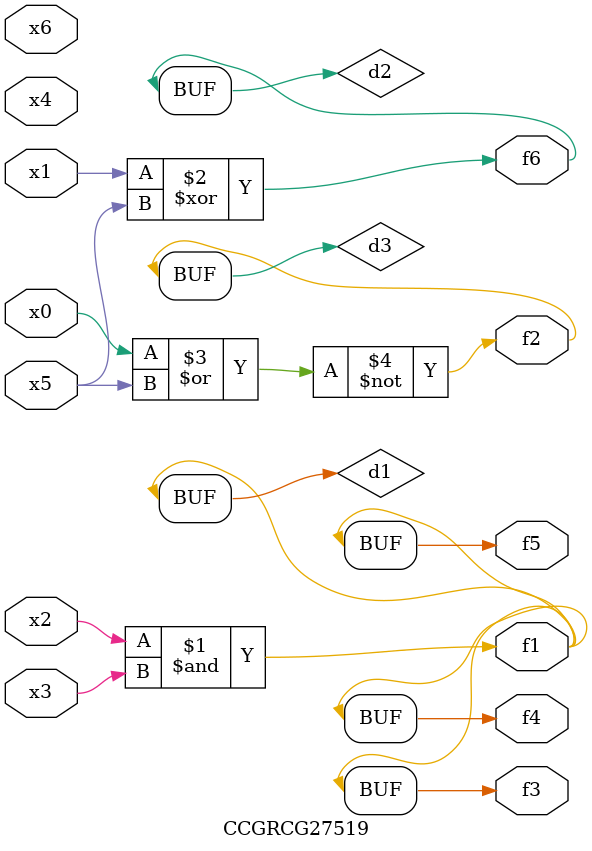
<source format=v>
module CCGRCG27519(
	input x0, x1, x2, x3, x4, x5, x6,
	output f1, f2, f3, f4, f5, f6
);

	wire d1, d2, d3;

	and (d1, x2, x3);
	xor (d2, x1, x5);
	nor (d3, x0, x5);
	assign f1 = d1;
	assign f2 = d3;
	assign f3 = d1;
	assign f4 = d1;
	assign f5 = d1;
	assign f6 = d2;
endmodule

</source>
